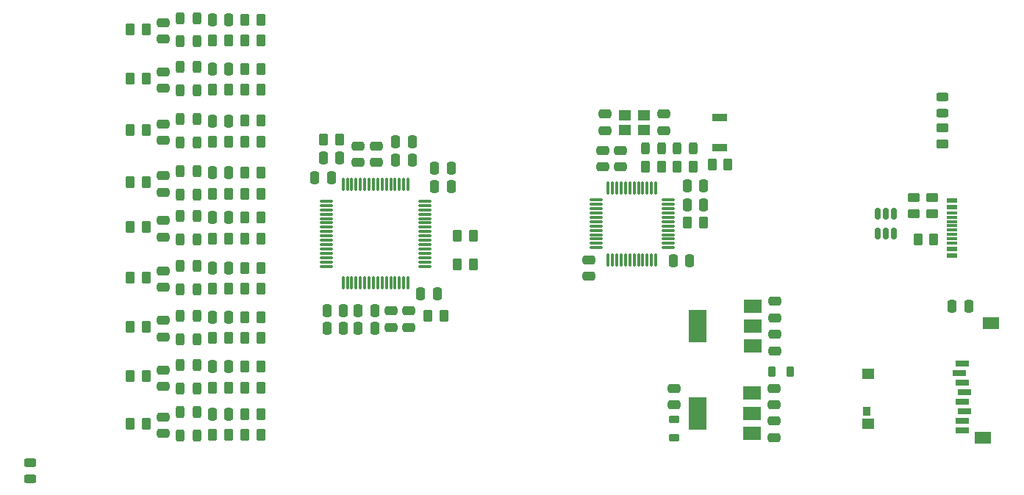
<source format=gbr>
%TF.GenerationSoftware,KiCad,Pcbnew,(7.0.0-0)*%
%TF.CreationDate,2023-03-23T21:01:42+01:00*%
%TF.ProjectId,SimpleECG_v0,53696d70-6c65-4454-9347-5f76302e6b69,rev?*%
%TF.SameCoordinates,Original*%
%TF.FileFunction,Paste,Top*%
%TF.FilePolarity,Positive*%
%FSLAX46Y46*%
G04 Gerber Fmt 4.6, Leading zero omitted, Abs format (unit mm)*
G04 Created by KiCad (PCBNEW (7.0.0-0)) date 2023-03-23 21:01:42*
%MOMM*%
%LPD*%
G01*
G04 APERTURE LIST*
G04 Aperture macros list*
%AMRoundRect*
0 Rectangle with rounded corners*
0 $1 Rounding radius*
0 $2 $3 $4 $5 $6 $7 $8 $9 X,Y pos of 4 corners*
0 Add a 4 corners polygon primitive as box body*
4,1,4,$2,$3,$4,$5,$6,$7,$8,$9,$2,$3,0*
0 Add four circle primitives for the rounded corners*
1,1,$1+$1,$2,$3*
1,1,$1+$1,$4,$5*
1,1,$1+$1,$6,$7*
1,1,$1+$1,$8,$9*
0 Add four rect primitives between the rounded corners*
20,1,$1+$1,$2,$3,$4,$5,0*
20,1,$1+$1,$4,$5,$6,$7,0*
20,1,$1+$1,$6,$7,$8,$9,0*
20,1,$1+$1,$8,$9,$2,$3,0*%
G04 Aperture macros list end*
%ADD10RoundRect,0.250000X-0.262500X-0.450000X0.262500X-0.450000X0.262500X0.450000X-0.262500X0.450000X0*%
%ADD11RoundRect,0.243750X-0.243750X-0.456250X0.243750X-0.456250X0.243750X0.456250X-0.243750X0.456250X0*%
%ADD12RoundRect,0.243750X0.243750X0.456250X-0.243750X0.456250X-0.243750X-0.456250X0.243750X-0.456250X0*%
%ADD13RoundRect,0.250000X0.475000X-0.250000X0.475000X0.250000X-0.475000X0.250000X-0.475000X-0.250000X0*%
%ADD14R,1.700000X0.900000*%
%ADD15RoundRect,0.250000X-0.475000X0.250000X-0.475000X-0.250000X0.475000X-0.250000X0.475000X0.250000X0*%
%ADD16RoundRect,0.250000X0.262500X0.450000X-0.262500X0.450000X-0.262500X-0.450000X0.262500X-0.450000X0*%
%ADD17RoundRect,0.150000X0.150000X-0.512500X0.150000X0.512500X-0.150000X0.512500X-0.150000X-0.512500X0*%
%ADD18RoundRect,0.250000X-0.250000X-0.475000X0.250000X-0.475000X0.250000X0.475000X-0.250000X0.475000X0*%
%ADD19R,2.000000X1.500000*%
%ADD20R,2.000000X3.800000*%
%ADD21RoundRect,0.250000X0.250000X0.475000X-0.250000X0.475000X-0.250000X-0.475000X0.250000X-0.475000X0*%
%ADD22R,1.400000X1.200000*%
%ADD23RoundRect,0.218750X0.218750X0.381250X-0.218750X0.381250X-0.218750X-0.381250X0.218750X-0.381250X0*%
%ADD24R,1.150000X0.600000*%
%ADD25R,1.150000X0.300000*%
%ADD26RoundRect,0.243750X-0.456250X0.243750X-0.456250X-0.243750X0.456250X-0.243750X0.456250X0.243750X0*%
%ADD27R,1.500000X0.800000*%
%ADD28R,0.950000X1.000000*%
%ADD29R,1.400000X1.300000*%
%ADD30R,1.900000X1.400000*%
%ADD31RoundRect,0.250000X0.450000X-0.262500X0.450000X0.262500X-0.450000X0.262500X-0.450000X-0.262500X0*%
%ADD32RoundRect,0.250000X-0.450000X0.262500X-0.450000X-0.262500X0.450000X-0.262500X0.450000X0.262500X0*%
%ADD33RoundRect,0.075000X-0.662500X-0.075000X0.662500X-0.075000X0.662500X0.075000X-0.662500X0.075000X0*%
%ADD34RoundRect,0.075000X-0.075000X-0.662500X0.075000X-0.662500X0.075000X0.662500X-0.075000X0.662500X0*%
%ADD35RoundRect,0.218750X0.381250X-0.218750X0.381250X0.218750X-0.381250X0.218750X-0.381250X-0.218750X0*%
%ADD36RoundRect,0.075000X-0.075000X0.662500X-0.075000X-0.662500X0.075000X-0.662500X0.075000X0.662500X0*%
%ADD37RoundRect,0.075000X-0.662500X0.075000X-0.662500X-0.075000X0.662500X-0.075000X0.662500X0.075000X0*%
G04 APERTURE END LIST*
D10*
%TO.C,R31*%
X85000000Y-68693750D03*
X86825000Y-68693750D03*
%TD*%
D11*
%TO.C,D18*%
X77575000Y-68793750D03*
X79450000Y-68793750D03*
%TD*%
D12*
%TO.C,D15*%
X79450000Y-77243750D03*
X77575000Y-77243750D03*
%TD*%
D13*
%TO.C,C5*%
X126180000Y-48970000D03*
X126180000Y-47070000D03*
%TD*%
D14*
%TO.C,SW1*%
X139704999Y-46699999D03*
X139704999Y-43299999D03*
%TD*%
D15*
%TO.C,C15*%
X75612500Y-43993750D03*
X75612500Y-45893750D03*
%TD*%
D16*
%TO.C,R24*%
X86825000Y-31993750D03*
X85000000Y-31993750D03*
%TD*%
D10*
%TO.C,R14*%
X71800000Y-44743750D03*
X73625000Y-44743750D03*
%TD*%
D17*
%TO.C,U5*%
X157850000Y-56637500D03*
X158800000Y-56637500D03*
X159750000Y-56637500D03*
X159750000Y-54362500D03*
X158800000Y-54362500D03*
X157850000Y-54362500D03*
%TD*%
D10*
%TO.C,R47*%
X81287500Y-74406250D03*
X83112500Y-74406250D03*
%TD*%
D18*
%TO.C,C46*%
X166450000Y-65000000D03*
X168350000Y-65000000D03*
%TD*%
D10*
%TO.C,R11*%
X71800000Y-50743750D03*
X73625000Y-50743750D03*
%TD*%
D16*
%TO.C,R37*%
X111312500Y-60200000D03*
X109487500Y-60200000D03*
%TD*%
D10*
%TO.C,R43*%
X81287500Y-40050000D03*
X83112500Y-40050000D03*
%TD*%
D13*
%TO.C,C1*%
X128280000Y-48970000D03*
X128280000Y-47070000D03*
%TD*%
D11*
%TO.C,D2*%
X134742500Y-46820000D03*
X136617500Y-46820000D03*
%TD*%
D10*
%TO.C,R32*%
X71800000Y-73100000D03*
X73625000Y-73100000D03*
%TD*%
D19*
%TO.C,U2*%
X143449999Y-69599999D03*
X143449999Y-67299999D03*
D20*
X137149999Y-67299999D03*
D19*
X143449999Y-64999999D03*
%TD*%
D13*
%TO.C,C8*%
X126480000Y-44770000D03*
X126480000Y-42870000D03*
%TD*%
D11*
%TO.C,D16*%
X77575000Y-79943750D03*
X79450000Y-79943750D03*
%TD*%
D15*
%TO.C,C40*%
X101800000Y-65550000D03*
X101800000Y-67450000D03*
%TD*%
D19*
%TO.C,U4*%
X143399999Y-79656249D03*
X143399999Y-77356249D03*
D20*
X137099999Y-77356249D03*
D19*
X143399999Y-75056249D03*
%TD*%
D13*
%TO.C,C47*%
X134450000Y-76406250D03*
X134450000Y-74506250D03*
%TD*%
D18*
%TO.C,C6*%
X135950000Y-53300000D03*
X137850000Y-53300000D03*
%TD*%
D21*
%TO.C,C31*%
X99950000Y-67600000D03*
X98050000Y-67600000D03*
%TD*%
D11*
%TO.C,D6*%
X77575000Y-52143750D03*
X79450000Y-52143750D03*
%TD*%
D22*
%TO.C,Y1*%
X130979999Y-42969999D03*
X128779999Y-42969999D03*
X128779999Y-44669999D03*
X130979999Y-44669999D03*
%TD*%
D18*
%TO.C,C37*%
X105250000Y-63600000D03*
X107150000Y-63600000D03*
%TD*%
%TO.C,C24*%
X81250000Y-77450000D03*
X83150000Y-77450000D03*
%TD*%
D23*
%TO.C,FB1*%
X147812500Y-72556250D03*
X145687500Y-72556250D03*
%TD*%
D10*
%TO.C,R36*%
X94087500Y-45800000D03*
X95912500Y-45800000D03*
%TD*%
%TO.C,R20*%
X71800000Y-38743750D03*
X73625000Y-38743750D03*
%TD*%
D16*
%TO.C,R35*%
X107925000Y-66100000D03*
X106100000Y-66100000D03*
%TD*%
D10*
%TO.C,R42*%
X81287500Y-63000000D03*
X83112500Y-63000000D03*
%TD*%
D11*
%TO.C,D12*%
X77575000Y-40143750D03*
X79450000Y-40143750D03*
%TD*%
D12*
%TO.C,D5*%
X79450000Y-49443750D03*
X77575000Y-49443750D03*
%TD*%
D15*
%TO.C,C23*%
X75612500Y-77793750D03*
X75612500Y-79693750D03*
%TD*%
%TO.C,C10*%
X146000000Y-68260000D03*
X146000000Y-70160000D03*
%TD*%
D10*
%TO.C,R29*%
X71800000Y-67393750D03*
X73625000Y-67393750D03*
%TD*%
D15*
%TO.C,C7*%
X133280000Y-42870000D03*
X133280000Y-44770000D03*
%TD*%
D24*
%TO.C,J1*%
X166424999Y-59199999D03*
X166424999Y-58399999D03*
D25*
X166424999Y-57249999D03*
X166424999Y-56249999D03*
X166424999Y-55749999D03*
X166424999Y-54749999D03*
D24*
X166424999Y-53599999D03*
X166424999Y-52799999D03*
X166424999Y-52799999D03*
X166424999Y-53599999D03*
D25*
X166424999Y-54249999D03*
X166424999Y-55249999D03*
X166424999Y-56749999D03*
X166424999Y-57749999D03*
D24*
X166424999Y-58399999D03*
X166424999Y-59199999D03*
%TD*%
D10*
%TO.C,R13*%
X85000000Y-52043750D03*
X86825000Y-52043750D03*
%TD*%
D11*
%TO.C,D8*%
X77575000Y-46143750D03*
X79450000Y-46143750D03*
%TD*%
D12*
%TO.C,D17*%
X79450000Y-66093750D03*
X77575000Y-66093750D03*
%TD*%
D10*
%TO.C,R17*%
X71800000Y-61693750D03*
X73625000Y-61693750D03*
%TD*%
D26*
%TO.C,D22*%
X165300000Y-40862500D03*
X165300000Y-42737500D03*
%TD*%
D10*
%TO.C,R45*%
X81287500Y-79850000D03*
X83112500Y-79850000D03*
%TD*%
D18*
%TO.C,C30*%
X94050000Y-47900000D03*
X95950000Y-47900000D03*
%TD*%
D10*
%TO.C,R23*%
X71800000Y-33093750D03*
X73625000Y-33093750D03*
%TD*%
D27*
%TO.C,J3*%
X167659999Y-71659999D03*
X167259999Y-72759999D03*
X167659999Y-73859999D03*
X167859999Y-74959999D03*
X167659999Y-76059999D03*
X167859999Y-77159999D03*
X167659999Y-78259999D03*
X167659999Y-79359999D03*
D28*
X156574999Y-77159999D03*
D29*
X156799999Y-78549999D03*
X156799999Y-72849999D03*
D30*
X170949999Y-66999999D03*
X169949999Y-80149999D03*
%TD*%
D16*
%TO.C,R15*%
X86825000Y-43643750D03*
X85000000Y-43643750D03*
%TD*%
D12*
%TO.C,D3*%
X79450000Y-54593750D03*
X77575000Y-54593750D03*
%TD*%
D10*
%TO.C,R46*%
X81287500Y-68700000D03*
X83112500Y-68700000D03*
%TD*%
D11*
%TO.C,D1*%
X131142500Y-46820000D03*
X133017500Y-46820000D03*
%TD*%
D12*
%TO.C,D9*%
X79450000Y-60393750D03*
X77575000Y-60393750D03*
%TD*%
D10*
%TO.C,R8*%
X71800000Y-55893750D03*
X73625000Y-55893750D03*
%TD*%
D16*
%TO.C,R30*%
X86825000Y-66293750D03*
X85000000Y-66293750D03*
%TD*%
D31*
%TO.C,R48*%
X165300000Y-46312500D03*
X165300000Y-44487500D03*
%TD*%
D18*
%TO.C,C20*%
X81250000Y-37650000D03*
X83150000Y-37650000D03*
%TD*%
D10*
%TO.C,R5*%
X134767500Y-48920000D03*
X136592500Y-48920000D03*
%TD*%
D21*
%TO.C,C43*%
X96350000Y-67600000D03*
X94450000Y-67600000D03*
%TD*%
D11*
%TO.C,D14*%
X77575000Y-34493750D03*
X79450000Y-34493750D03*
%TD*%
D12*
%TO.C,D11*%
X79450000Y-37443750D03*
X77575000Y-37443750D03*
%TD*%
D10*
%TO.C,R26*%
X71800000Y-78543750D03*
X73625000Y-78543750D03*
%TD*%
D18*
%TO.C,C16*%
X81250000Y-43650000D03*
X83150000Y-43650000D03*
%TD*%
D10*
%TO.C,R2*%
X131167500Y-48920000D03*
X132992500Y-48920000D03*
%TD*%
D12*
%TO.C,D19*%
X79450000Y-71800000D03*
X77575000Y-71800000D03*
%TD*%
D10*
%TO.C,R28*%
X85000000Y-79843750D03*
X86825000Y-79843750D03*
%TD*%
D15*
%TO.C,C36*%
X103900000Y-65550000D03*
X103900000Y-67450000D03*
%TD*%
D18*
%TO.C,C39*%
X102350000Y-48200000D03*
X104250000Y-48200000D03*
%TD*%
%TO.C,C14*%
X81250000Y-49650000D03*
X83150000Y-49650000D03*
%TD*%
D10*
%TO.C,R22*%
X85000000Y-40043750D03*
X86825000Y-40043750D03*
%TD*%
D15*
%TO.C,C9*%
X146000000Y-64460000D03*
X146000000Y-66360000D03*
%TD*%
%TO.C,C13*%
X75612500Y-49993750D03*
X75612500Y-51893750D03*
%TD*%
%TO.C,C17*%
X75612500Y-60943750D03*
X75612500Y-62843750D03*
%TD*%
D18*
%TO.C,C28*%
X81250000Y-72006250D03*
X83150000Y-72006250D03*
%TD*%
D12*
%TO.C,D7*%
X79450000Y-43443750D03*
X77575000Y-43443750D03*
%TD*%
%TO.C,D13*%
X79450000Y-31793750D03*
X77575000Y-31793750D03*
%TD*%
D32*
%TO.C,R7*%
X164125000Y-52495000D03*
X164125000Y-54320000D03*
%TD*%
D15*
%TO.C,C4*%
X124580000Y-59670000D03*
X124580000Y-61570000D03*
%TD*%
D16*
%TO.C,R18*%
X86825000Y-60593750D03*
X85000000Y-60593750D03*
%TD*%
D15*
%TO.C,C25*%
X75612500Y-66643750D03*
X75612500Y-68543750D03*
%TD*%
D10*
%TO.C,R44*%
X81287500Y-34400000D03*
X83112500Y-34400000D03*
%TD*%
%TO.C,R40*%
X81287500Y-52050000D03*
X83112500Y-52050000D03*
%TD*%
D16*
%TO.C,R38*%
X111312500Y-56900000D03*
X109487500Y-56900000D03*
%TD*%
D11*
%TO.C,D4*%
X77575000Y-57293750D03*
X79450000Y-57293750D03*
%TD*%
D18*
%TO.C,C12*%
X81250000Y-54800000D03*
X83150000Y-54800000D03*
%TD*%
D26*
%TO.C,D21*%
X60300000Y-83062500D03*
X60300000Y-84937500D03*
%TD*%
D11*
%TO.C,D10*%
X77575000Y-63093750D03*
X79450000Y-63093750D03*
%TD*%
D13*
%TO.C,C35*%
X100100000Y-48450000D03*
X100100000Y-46550000D03*
%TD*%
D18*
%TO.C,C26*%
X81250000Y-66300000D03*
X83150000Y-66300000D03*
%TD*%
D11*
%TO.C,D20*%
X77575000Y-74500000D03*
X79450000Y-74500000D03*
%TD*%
D10*
%TO.C,R34*%
X85000000Y-74400000D03*
X86825000Y-74400000D03*
%TD*%
D18*
%TO.C,C22*%
X81250000Y-32000000D03*
X83150000Y-32000000D03*
%TD*%
%TO.C,C33*%
X106850000Y-51200000D03*
X108750000Y-51200000D03*
%TD*%
D21*
%TO.C,C29*%
X94950000Y-50200000D03*
X93050000Y-50200000D03*
%TD*%
D10*
%TO.C,R39*%
X81287500Y-57200000D03*
X83112500Y-57200000D03*
%TD*%
D13*
%TO.C,C34*%
X98000000Y-48450000D03*
X98000000Y-46550000D03*
%TD*%
D15*
%TO.C,C45*%
X145950000Y-78256250D03*
X145950000Y-80156250D03*
%TD*%
D16*
%TO.C,R3*%
X137812500Y-55400000D03*
X135987500Y-55400000D03*
%TD*%
%TO.C,R1*%
X140617500Y-48700000D03*
X138792500Y-48700000D03*
%TD*%
D21*
%TO.C,C42*%
X96350000Y-65500000D03*
X94450000Y-65500000D03*
%TD*%
D15*
%TO.C,C27*%
X75612500Y-72350000D03*
X75612500Y-74250000D03*
%TD*%
D10*
%TO.C,R25*%
X85000000Y-34393750D03*
X86825000Y-34393750D03*
%TD*%
D18*
%TO.C,C18*%
X81250000Y-60600000D03*
X83150000Y-60600000D03*
%TD*%
D21*
%TO.C,C41*%
X99950000Y-65500000D03*
X98050000Y-65500000D03*
%TD*%
D16*
%TO.C,R21*%
X86825000Y-37643750D03*
X85000000Y-37643750D03*
%TD*%
D10*
%TO.C,R19*%
X85000000Y-62993750D03*
X86825000Y-62993750D03*
%TD*%
D16*
%TO.C,R12*%
X86825000Y-49643750D03*
X85000000Y-49643750D03*
%TD*%
%TO.C,R9*%
X86825000Y-54793750D03*
X85000000Y-54793750D03*
%TD*%
D15*
%TO.C,C19*%
X75612500Y-37993750D03*
X75612500Y-39893750D03*
%TD*%
D18*
%TO.C,C2*%
X135950000Y-51100000D03*
X137850000Y-51100000D03*
%TD*%
%TO.C,C38*%
X102350000Y-46100000D03*
X104250000Y-46100000D03*
%TD*%
D16*
%TO.C,R6*%
X164327500Y-57300000D03*
X162502500Y-57300000D03*
%TD*%
D10*
%TO.C,R10*%
X85000000Y-57193750D03*
X86825000Y-57193750D03*
%TD*%
D15*
%TO.C,C21*%
X75612500Y-32343750D03*
X75612500Y-34243750D03*
%TD*%
D18*
%TO.C,C32*%
X106850000Y-49100000D03*
X108750000Y-49100000D03*
%TD*%
D33*
%TO.C,U3*%
X94387500Y-52912500D03*
X94387500Y-53412500D03*
X94387500Y-53912500D03*
X94387500Y-54412500D03*
X94387500Y-54912500D03*
X94387500Y-55412500D03*
X94387500Y-55912500D03*
X94387500Y-56412500D03*
X94387500Y-56912500D03*
X94387500Y-57412500D03*
X94387500Y-57912500D03*
X94387500Y-58412500D03*
X94387500Y-58912500D03*
X94387500Y-59412500D03*
X94387500Y-59912500D03*
X94387500Y-60412500D03*
D34*
X96300000Y-62325000D03*
X96800000Y-62325000D03*
X97300000Y-62325000D03*
X97800000Y-62325000D03*
X98300000Y-62325000D03*
X98800000Y-62325000D03*
X99300000Y-62325000D03*
X99800000Y-62325000D03*
X100300000Y-62325000D03*
X100800000Y-62325000D03*
X101300000Y-62325000D03*
X101800000Y-62325000D03*
X102300000Y-62325000D03*
X102800000Y-62325000D03*
X103300000Y-62325000D03*
X103800000Y-62325000D03*
D33*
X105712500Y-60412500D03*
X105712500Y-59912500D03*
X105712500Y-59412500D03*
X105712500Y-58912500D03*
X105712500Y-58412500D03*
X105712500Y-57912500D03*
X105712500Y-57412500D03*
X105712500Y-56912500D03*
X105712500Y-56412500D03*
X105712500Y-55912500D03*
X105712500Y-55412500D03*
X105712500Y-54912500D03*
X105712500Y-54412500D03*
X105712500Y-53912500D03*
X105712500Y-53412500D03*
X105712500Y-52912500D03*
D34*
X103800000Y-51000000D03*
X103300000Y-51000000D03*
X102800000Y-51000000D03*
X102300000Y-51000000D03*
X101800000Y-51000000D03*
X101300000Y-51000000D03*
X100800000Y-51000000D03*
X100300000Y-51000000D03*
X99800000Y-51000000D03*
X99300000Y-51000000D03*
X98800000Y-51000000D03*
X98300000Y-51000000D03*
X97800000Y-51000000D03*
X97300000Y-51000000D03*
X96800000Y-51000000D03*
X96300000Y-51000000D03*
%TD*%
D10*
%TO.C,R16*%
X85000000Y-46043750D03*
X86825000Y-46043750D03*
%TD*%
D15*
%TO.C,C11*%
X75612500Y-55143750D03*
X75612500Y-57043750D03*
%TD*%
D10*
%TO.C,R41*%
X81287500Y-46050000D03*
X83112500Y-46050000D03*
%TD*%
D15*
%TO.C,C44*%
X145950000Y-74506250D03*
X145950000Y-76406250D03*
%TD*%
D18*
%TO.C,C3*%
X134350000Y-59800000D03*
X136250000Y-59800000D03*
%TD*%
D35*
%TO.C,FB2*%
X134450000Y-80218750D03*
X134450000Y-78093750D03*
%TD*%
D31*
%TO.C,R4*%
X162015000Y-54325000D03*
X162015000Y-52500000D03*
%TD*%
D16*
%TO.C,R33*%
X86825000Y-72000000D03*
X85000000Y-72000000D03*
%TD*%
D36*
%TO.C,U1*%
X132330000Y-51357500D03*
X131830000Y-51357500D03*
X131330000Y-51357500D03*
X130830000Y-51357500D03*
X130330000Y-51357500D03*
X129830000Y-51357500D03*
X129330000Y-51357500D03*
X128830000Y-51357500D03*
X128330000Y-51357500D03*
X127830000Y-51357500D03*
X127330000Y-51357500D03*
X126830000Y-51357500D03*
D37*
X125417500Y-52770000D03*
X125417500Y-53270000D03*
X125417500Y-53770000D03*
X125417500Y-54270000D03*
X125417500Y-54770000D03*
X125417500Y-55270000D03*
X125417500Y-55770000D03*
X125417500Y-56270000D03*
X125417500Y-56770000D03*
X125417500Y-57270000D03*
X125417500Y-57770000D03*
X125417500Y-58270000D03*
D36*
X126830000Y-59682500D03*
X127330000Y-59682500D03*
X127830000Y-59682500D03*
X128330000Y-59682500D03*
X128830000Y-59682500D03*
X129330000Y-59682500D03*
X129830000Y-59682500D03*
X130330000Y-59682500D03*
X130830000Y-59682500D03*
X131330000Y-59682500D03*
X131830000Y-59682500D03*
X132330000Y-59682500D03*
D37*
X133742500Y-58270000D03*
X133742500Y-57770000D03*
X133742500Y-57270000D03*
X133742500Y-56770000D03*
X133742500Y-56270000D03*
X133742500Y-55770000D03*
X133742500Y-55270000D03*
X133742500Y-54770000D03*
X133742500Y-54270000D03*
X133742500Y-53770000D03*
X133742500Y-53270000D03*
X133742500Y-52770000D03*
%TD*%
D16*
%TO.C,R27*%
X86825000Y-77443750D03*
X85000000Y-77443750D03*
%TD*%
M02*

</source>
